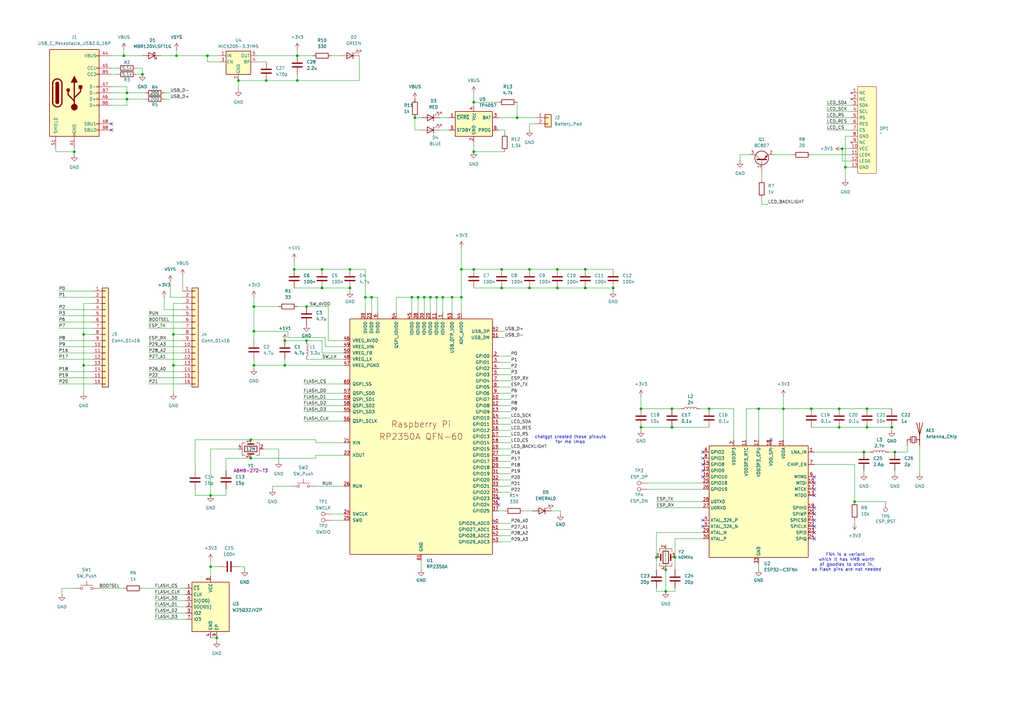
<source format=kicad_sch>
(kicad_sch (version 20231120) (generator "eeschema") (generator_version "8.0")
  (paper "A3")
  (junction (at 311.15 167.64))
  (junction (at 262.89 167.64))
  (junction (at 189.23 110.49))
  (junction (at 273.05 242.57))
  (junction (at 194.31 110.49))
  (junction (at 34.29 149.86))
  (junction (at 194.31 62.23))
  (junction (at 102.87 180.34))
  (junction (at 143.51 110.49))
  (junction (at 355.6 167.64))
  (junction (at 346.71 68.58))
  (junction (at 276.86 228.6))
  (junction (at 120.65 110.49))
  (junction (at 72.39 22.86))
  (junction (at 143.51 118.11))
  (junction (at 365.76 175.26))
  (junction (at 171.45 121.92))
  (junction (at 217.17 118.11))
  (junction (at 125.73 139.7))
  (junction (at 104.14 135.89))
  (junction (at 170.18 48.26))
  (junction (at 102.87 187.96))
  (junction (at 97.79 33.02))
  (junction (at 132.08 110.49))
  (junction (at 71.12 149.86))
  (junction (at 149.86 121.92))
  (junction (at 50.8 22.86))
  (junction (at 205.74 110.49))
  (junction (at 321.31 167.64))
  (junction (at 52.07 40.64))
  (junction (at 212.09 48.26))
  (junction (at 367.03 185.42))
  (junction (at 240.03 118.11))
  (junction (at 104.14 125.73))
  (junction (at 116.84 149.86))
  (junction (at 262.89 175.26))
  (junction (at 168.91 121.92))
  (junction (at 152.4 121.92))
  (junction (at 275.59 167.64))
  (junction (at 273.05 233.68))
  (junction (at 109.22 33.02))
  (junction (at 179.07 121.92))
  (junction (at 344.17 167.64))
  (junction (at 205.74 118.11))
  (junction (at 228.6 118.11))
  (junction (at 30.48 62.23))
  (junction (at 104.14 149.86))
  (junction (at 71.12 137.16))
  (junction (at 125.73 125.73))
  (junction (at 176.53 121.92))
  (junction (at 86.36 203.2))
  (junction (at 181.61 121.92))
  (junction (at 132.08 118.11))
  (junction (at 86.36 232.41))
  (junction (at 290.83 167.64))
  (junction (at 217.17 110.49))
  (junction (at 240.03 110.49))
  (junction (at 194.31 41.91))
  (junction (at 173.99 121.92))
  (junction (at 228.6 110.49))
  (junction (at 275.59 175.26))
  (junction (at 332.74 167.64))
  (junction (at 85.09 22.86))
  (junction (at 34.29 137.16))
  (junction (at 52.07 38.1))
  (junction (at 185.42 121.92))
  (junction (at 121.92 22.86))
  (junction (at 350.52 205.74))
  (junction (at 251.46 118.11))
  (junction (at 345.44 60.96))
  (junction (at 189.23 121.92))
  (junction (at 269.24 228.6))
  (junction (at 121.92 33.02))
  (junction (at 116.84 139.7))
  (junction (at 354.33 185.42))
  (junction (at 344.17 175.26))
  (junction (at 88.9 261.62))
  (junction (at 58.42 30.48))
  (junction (at 355.6 175.26))
  (no_connect (at 45.72 53.34))
  (no_connect (at 288.29 193.04))
  (no_connect (at 288.29 195.58))
  (no_connect (at 334.01 208.28))
  (no_connect (at 288.29 213.36))
  (no_connect (at 334.01 203.2))
  (no_connect (at 334.01 200.66))
  (no_connect (at 204.47 207.01))
  (no_connect (at 334.01 215.9))
  (no_connect (at 334.01 198.12))
  (no_connect (at 334.01 218.44))
  (no_connect (at 45.72 50.8))
  (no_connect (at 334.01 213.36))
  (no_connect (at 204.47 204.47))
  (no_connect (at 316.23 180.34))
  (no_connect (at 334.01 220.98))
  (no_connect (at 288.29 185.42))
  (no_connect (at 288.29 190.5))
  (no_connect (at 334.01 195.58))
  (no_connect (at 334.01 210.82))
  (no_connect (at 288.29 187.96))
  (no_connect (at 288.29 215.9))
  (wire (pts (xy 60.96 139.7) (xy 74.93 139.7)))
  (wire (pts (xy 314.96 83.82) (xy 312.42 83.82)))
  (wire (pts (xy 24.13 127) (xy 38.1 127)))
  (wire (pts (xy 86.36 203.2) (xy 86.36 184.15)))
  (wire (pts (xy 45.72 30.48) (xy 48.26 30.48)))
  (wire (pts (xy 209.55 217.17) (xy 204.47 217.17)))
  (wire (pts (xy 34.29 149.86) (xy 38.1 149.86)))
  (wire (pts (xy 181.61 121.92) (xy 185.42 121.92)))
  (wire (pts (xy 22.86 62.23) (xy 30.48 62.23)))
  (wire (pts (xy 60.96 157.48) (xy 74.93 157.48)))
  (wire (pts (xy 194.31 58.42) (xy 194.31 62.23)))
  (wire (pts (xy 45.72 38.1) (xy 52.07 38.1)))
  (wire (pts (xy 303.53 66.04) (xy 303.53 63.5)))
  (wire (pts (xy 135.89 210.82) (xy 140.97 210.82)))
  (wire (pts (xy 80.01 180.34) (xy 80.01 193.04)))
  (wire (pts (xy 240.03 110.49) (xy 251.46 110.49)))
  (wire (pts (xy 25.4 241.3) (xy 25.4 243.84)))
  (wire (pts (xy 67.31 38.1) (xy 69.85 38.1)))
  (wire (pts (xy 120.65 106.68) (xy 120.65 110.49)))
  (wire (pts (xy 209.55 184.15) (xy 204.47 184.15)))
  (wire (pts (xy 217.17 50.8) (xy 219.71 50.8)))
  (wire (pts (xy 34.29 161.29) (xy 34.29 149.86)))
  (wire (pts (xy 209.55 173.99) (xy 204.47 173.99)))
  (wire (pts (xy 104.14 149.86) (xy 104.14 147.32)))
  (wire (pts (xy 204.47 186.69) (xy 209.55 186.69)))
  (wire (pts (xy 339.09 48.26) (xy 349.25 48.26)))
  (wire (pts (xy 24.13 144.78) (xy 38.1 144.78)))
  (wire (pts (xy 170.18 53.34) (xy 172.72 53.34)))
  (wire (pts (xy 334.01 185.42) (xy 354.33 185.42)))
  (wire (pts (xy 229.87 209.55) (xy 226.06 209.55)))
  (wire (pts (xy 204.47 153.67) (xy 209.55 153.67)))
  (wire (pts (xy 170.18 48.26) (xy 170.18 53.34)))
  (wire (pts (xy 71.12 149.86) (xy 71.12 137.16)))
  (wire (pts (xy 367.03 193.04) (xy 367.03 194.31)))
  (wire (pts (xy 92.71 200.66) (xy 92.71 203.2)))
  (wire (pts (xy 339.09 50.8) (xy 349.25 50.8)))
  (wire (pts (xy 125.73 139.7) (xy 132.08 139.7)))
  (wire (pts (xy 262.89 167.64) (xy 275.59 167.64)))
  (wire (pts (xy 152.4 121.92) (xy 154.94 121.92)))
  (wire (pts (xy 100.33 232.41) (xy 97.79 232.41)))
  (wire (pts (xy 276.86 242.57) (xy 273.05 242.57)))
  (wire (pts (xy 344.17 167.64) (xy 355.6 167.64)))
  (wire (pts (xy 92.71 187.96) (xy 102.87 187.96)))
  (wire (pts (xy 132.08 144.78) (xy 132.08 139.7)))
  (wire (pts (xy 300.99 167.64) (xy 300.99 180.34)))
  (wire (pts (xy 140.97 142.24) (xy 133.35 142.24)))
  (wire (pts (xy 149.86 121.92) (xy 149.86 110.49)))
  (wire (pts (xy 45.72 43.18) (xy 52.07 43.18)))
  (wire (pts (xy 60.96 142.24) (xy 74.93 142.24)))
  (wire (pts (xy 72.39 22.86) (xy 85.09 22.86)))
  (wire (pts (xy 24.13 132.08) (xy 38.1 132.08)))
  (wire (pts (xy 276.86 228.6) (xy 276.86 233.68)))
  (wire (pts (xy 69.85 115.57) (xy 69.85 121.92)))
  (wire (pts (xy 52.07 43.18) (xy 52.07 40.64)))
  (wire (pts (xy 132.08 110.49) (xy 143.51 110.49)))
  (wire (pts (xy 72.39 22.86) (xy 66.04 22.86)))
  (wire (pts (xy 350.52 205.74) (xy 363.22 205.74)))
  (wire (pts (xy 311.15 231.14) (xy 311.15 233.68)))
  (wire (pts (xy 355.6 167.64) (xy 365.76 167.64)))
  (wire (pts (xy 118.11 138.43) (xy 118.11 135.89)))
  (wire (pts (xy 377.19 182.88) (xy 377.19 194.31)))
  (wire (pts (xy 147.32 33.02) (xy 121.92 33.02)))
  (wire (pts (xy 344.17 175.26) (xy 355.6 175.26)))
  (wire (pts (xy 275.59 167.64) (xy 279.4 167.64)))
  (wire (pts (xy 209.55 222.25) (xy 204.47 222.25)))
  (wire (pts (xy 173.99 121.92) (xy 176.53 121.92)))
  (wire (pts (xy 119.38 199.39) (xy 111.76 199.39)))
  (wire (pts (xy 173.99 121.92) (xy 173.99 128.27)))
  (wire (pts (xy 306.07 167.64) (xy 311.15 167.64)))
  (wire (pts (xy 269.24 241.3) (xy 269.24 242.57)))
  (wire (pts (xy 24.13 139.7) (xy 38.1 139.7)))
  (wire (pts (xy 269.24 242.57) (xy 273.05 242.57)))
  (wire (pts (xy 207.01 135.89) (xy 204.47 135.89)))
  (wire (pts (xy 204.47 53.34) (xy 207.01 53.34)))
  (wire (pts (xy 209.55 171.45) (xy 204.47 171.45)))
  (wire (pts (xy 116.84 139.7) (xy 125.73 139.7)))
  (wire (pts (xy 134.62 125.73) (xy 125.73 125.73)))
  (wire (pts (xy 80.01 203.2) (xy 80.01 200.66)))
  (wire (pts (xy 116.84 149.86) (xy 104.14 149.86)))
  (wire (pts (xy 102.87 187.96) (xy 129.54 187.96)))
  (wire (pts (xy 129.54 180.34) (xy 129.54 181.61)))
  (wire (pts (xy 179.07 121.92) (xy 179.07 128.27)))
  (wire (pts (xy 275.59 175.26) (xy 290.83 175.26)))
  (wire (pts (xy 105.41 22.86) (xy 121.92 22.86)))
  (wire (pts (xy 60.96 152.4) (xy 74.93 152.4)))
  (wire (pts (xy 63.5 254) (xy 76.2 254)))
  (wire (pts (xy 345.44 66.04) (xy 345.44 60.96)))
  (wire (pts (xy 217.17 110.49) (xy 228.6 110.49)))
  (wire (pts (xy 276.86 220.98) (xy 276.86 228.6)))
  (wire (pts (xy 154.94 121.92) (xy 154.94 128.27)))
  (wire (pts (xy 209.55 191.77) (xy 204.47 191.77)))
  (wire (pts (xy 214.63 209.55) (xy 218.44 209.55)))
  (wire (pts (xy 209.55 179.07) (xy 204.47 179.07)))
  (wire (pts (xy 104.14 149.86) (xy 104.14 151.13)))
  (wire (pts (xy 265.43 200.66) (xy 288.29 200.66)))
  (wire (pts (xy 149.86 128.27) (xy 149.86 121.92)))
  (wire (pts (xy 118.11 135.89) (xy 104.14 135.89)))
  (wire (pts (xy 134.62 139.7) (xy 134.62 125.73)))
  (wire (pts (xy 212.09 48.26) (xy 212.09 41.91)))
  (wire (pts (xy 204.47 48.26) (xy 212.09 48.26)))
  (wire (pts (xy 180.34 53.34) (xy 184.15 53.34)))
  (wire (pts (xy 24.13 157.48) (xy 38.1 157.48)))
  (wire (pts (xy 209.55 201.93) (xy 204.47 201.93)))
  (wire (pts (xy 181.61 121.92) (xy 181.61 128.27)))
  (wire (pts (xy 194.31 38.1) (xy 194.31 41.91)))
  (wire (pts (xy 86.36 232.41) (xy 90.17 232.41)))
  (wire (pts (xy 339.09 53.34) (xy 349.25 53.34)))
  (wire (pts (xy 105.41 25.4) (xy 109.22 25.4)))
  (wire (pts (xy 204.47 161.29) (xy 209.55 161.29)))
  (wire (pts (xy 102.87 180.34) (xy 80.01 180.34)))
  (wire (pts (xy 209.55 176.53) (xy 204.47 176.53)))
  (wire (pts (xy 71.12 137.16) (xy 74.93 137.16)))
  (wire (pts (xy 152.4 121.92) (xy 152.4 128.27)))
  (wire (pts (xy 109.22 33.02) (xy 97.79 33.02)))
  (wire (pts (xy 58.42 241.3) (xy 76.2 241.3)))
  (wire (pts (xy 176.53 121.92) (xy 179.07 121.92)))
  (wire (pts (xy 55.88 30.48) (xy 58.42 30.48)))
  (wire (pts (xy 24.13 129.54) (xy 38.1 129.54)))
  (wire (pts (xy 124.46 157.48) (xy 140.97 157.48)))
  (wire (pts (xy 269.24 218.44) (xy 288.29 218.44)))
  (wire (pts (xy 288.29 220.98) (xy 276.86 220.98)))
  (wire (pts (xy 287.02 167.64) (xy 290.83 167.64)))
  (wire (pts (xy 133.35 138.43) (xy 118.11 138.43)))
  (wire (pts (xy 121.92 22.86) (xy 128.27 22.86)))
  (wire (pts (xy 207.01 53.34) (xy 207.01 54.61)))
  (wire (pts (xy 372.11 185.42) (xy 367.03 185.42)))
  (wire (pts (xy 133.35 142.24) (xy 133.35 138.43)))
  (wire (pts (xy 129.54 187.96) (xy 129.54 186.69)))
  (wire (pts (xy 90.17 25.4) (xy 85.09 25.4)))
  (wire (pts (xy 85.09 25.4) (xy 85.09 22.86)))
  (wire (pts (xy 312.42 83.82) (xy 312.42 81.28)))
  (wire (pts (xy 171.45 121.92) (xy 173.99 121.92)))
  (wire (pts (xy 269.24 208.28) (xy 288.29 208.28)))
  (wire (pts (xy 185.42 121.92) (xy 189.23 121.92)))
  (wire (pts (xy 273.05 233.68) (xy 273.05 242.57)))
  (wire (pts (xy 217.17 118.11) (xy 228.6 118.11)))
  (wire (pts (xy 312.42 71.12) (xy 312.42 73.66)))
  (wire (pts (xy 24.13 134.62) (xy 38.1 134.62)))
  (wire (pts (xy 189.23 101.6) (xy 189.23 110.49)))
  (wire (pts (xy 350.52 205.74) (xy 350.52 190.5)))
  (wire (pts (xy 69.85 121.92) (xy 74.93 121.92)))
  (wire (pts (xy 71.12 124.46) (xy 74.93 124.46)))
  (wire (pts (xy 143.51 118.11) (xy 143.51 119.38)))
  (wire (pts (xy 209.55 181.61) (xy 204.47 181.61)))
  (wire (pts (xy 209.55 194.31) (xy 204.47 194.31)))
  (wire (pts (xy 205.74 118.11) (xy 217.17 118.11)))
  (wire (pts (xy 209.55 219.71) (xy 204.47 219.71)))
  (wire (pts (xy 60.96 132.08) (xy 74.93 132.08)))
  (wire (pts (xy 60.96 154.94) (xy 74.93 154.94)))
  (wire (pts (xy 114.3 184.15) (xy 107.95 184.15)))
  (wire (pts (xy 129.54 180.34) (xy 102.87 180.34)))
  (wire (pts (xy 34.29 149.86) (xy 34.29 137.16)))
  (wire (pts (xy 24.13 152.4) (xy 38.1 152.4)))
  (wire (pts (xy 170.18 48.26) (xy 172.72 48.26)))
  (wire (pts (xy 207.01 209.55) (xy 204.47 209.55)))
  (wire (pts (xy 132.08 118.11) (xy 143.51 118.11)))
  (wire (pts (xy 129.54 199.39) (xy 140.97 199.39)))
  (wire (pts (xy 171.45 121.92) (xy 171.45 128.27)))
  (wire (pts (xy 30.48 62.23) (xy 30.48 63.5)))
  (wire (pts (xy 194.31 62.23) (xy 207.01 62.23)))
  (wire (pts (xy 60.96 144.78) (xy 74.93 144.78)))
  (wire (pts (xy 339.09 45.72) (xy 349.25 45.72)))
  (wire (pts (xy 176.53 121.92) (xy 176.53 128.27)))
  (wire (pts (xy 121.92 30.48) (xy 121.92 33.02)))
  (wire (pts (xy 140.97 149.86) (xy 116.84 149.86)))
  (wire (pts (xy 229.87 210.82) (xy 229.87 209.55)))
  (wire (pts (xy 228.6 118.11) (xy 240.03 118.11)))
  (wire (pts (xy 72.39 20.32) (xy 72.39 22.86)))
  (wire (pts (xy 346.71 68.58) (xy 349.25 68.58)))
  (wire (pts (xy 34.29 137.16) (xy 38.1 137.16)))
  (wire (pts (xy 121.92 125.73) (xy 125.73 125.73)))
  (wire (pts (xy 67.31 40.64) (xy 69.85 40.64)))
  (wire (pts (xy 58.42 30.48) (xy 58.42 27.94)))
  (wire (pts (xy 269.24 228.6) (xy 269.24 233.68)))
  (wire (pts (xy 262.89 162.56) (xy 262.89 167.64)))
  (wire (pts (xy 24.13 154.94) (xy 38.1 154.94)))
  (wire (pts (xy 34.29 137.16) (xy 34.29 124.46)))
  (wire (pts (xy 204.47 156.21) (xy 209.55 156.21)))
  (wire (pts (xy 45.72 22.86) (xy 50.8 22.86)))
  (wire (pts (xy 350.52 190.5) (xy 334.01 190.5)))
  (wire (pts (xy 204.47 148.59) (xy 209.55 148.59)))
  (wire (pts (xy 124.46 161.29) (xy 140.97 161.29)))
  (wire (pts (xy 168.91 121.92) (xy 168.91 128.27)))
  (wire (pts (xy 194.31 41.91) (xy 194.31 43.18)))
  (wire (pts (xy 273.05 223.52) (xy 273.05 233.68)))
  (wire (pts (xy 262.89 175.26) (xy 262.89 176.53)))
  (wire (pts (xy 97.79 33.02) (xy 97.79 36.83)))
  (wire (pts (xy 321.31 167.64) (xy 321.31 180.34)))
  (wire (pts (xy 205.74 110.49) (xy 217.17 110.49)))
  (wire (pts (xy 63.5 248.92) (xy 76.2 248.92)))
  (wire (pts (xy 22.86 60.96) (xy 22.86 62.23)))
  (wire (pts (xy 306.07 180.34) (xy 306.07 167.64)))
  (wire (pts (xy 74.93 113.03) (xy 74.93 119.38)))
  (wire (pts (xy 86.36 232.41) (xy 86.36 236.22)))
  (wire (pts (xy 104.14 135.89) (xy 104.14 139.7)))
  (wire (pts (xy 60.96 147.32) (xy 74.93 147.32)))
  (wire (pts (xy 364.49 185.42) (xy 367.03 185.42)))
  (wire (pts (xy 204.47 146.05) (xy 209.55 146.05)))
  (wire (pts (xy 24.13 121.92) (xy 38.1 121.92)))
  (wire (pts (xy 349.25 66.04) (xy 345.44 66.04)))
  (wire (pts (xy 240.03 118.11) (xy 251.46 118.11)))
  (wire (pts (xy 209.55 199.39) (xy 204.47 199.39)))
  (wire (pts (xy 204.47 163.83) (xy 209.55 163.83)))
  (wire (pts (xy 71.12 137.16) (xy 71.12 124.46)))
  (wire (pts (xy 149.86 121.92) (xy 152.4 121.92)))
  (wire (pts (xy 52.07 38.1) (xy 59.69 38.1)))
  (wire (pts (xy 116.84 149.86) (xy 116.84 147.32)))
  (wire (pts (xy 276.86 241.3) (xy 276.86 242.57)))
  (wire (pts (xy 339.09 43.18) (xy 349.25 43.18)))
  (wire (pts (xy 147.32 22.86) (xy 147.32 33.02)))
  (wire (pts (xy 207.01 138.43) (xy 204.47 138.43)))
  (wire (pts (xy 114.3 125.73) (xy 104.14 125.73)))
  (wire (pts (xy 120.65 118.11) (xy 132.08 118.11)))
  (wire (pts (xy 121.92 33.02) (xy 109.22 33.02)))
  (wire (pts (xy 58.42 27.94) (xy 55.88 27.94)))
  (wire (pts (xy 52.07 35.56) (xy 52.07 38.1)))
  (wire (pts (xy 104.14 125.73) (xy 104.14 135.89)))
  (wire (pts (xy 189.23 128.27) (xy 189.23 121.92)))
  (wire (pts (xy 350.52 213.36) (xy 350.52 214.63)))
  (wire (pts (xy 111.76 199.39) (xy 111.76 200.66)))
  (wire (pts (xy 162.56 128.27) (xy 162.56 121.92)))
  (wire (pts (xy 355.6 175.26) (xy 365.76 175.26)))
  (wire (pts (xy 50.8 20.32) (xy 50.8 22.86)))
  (wire (pts (xy 71.12 161.29) (xy 71.12 149.86)))
  (wire (pts (xy 92.71 203.2) (xy 86.36 203.2)))
  (wire (pts (xy 40.64 241.3) (xy 50.8 241.3)))
  (wire (pts (xy 204.47 166.37) (xy 209.55 166.37)))
  (wire (pts (xy 269.24 205.74) (xy 288.29 205.74)))
  (wire (pts (xy 204.47 168.91) (xy 209.55 168.91)))
  (wire (pts (xy 194.31 41.91) (xy 204.47 41.91)))
  (wire (pts (xy 194.31 110.49) (xy 205.74 110.49)))
  (wire (pts (xy 120.65 110.49) (xy 132.08 110.49)))
  (wire (pts (xy 124.46 163.83) (xy 140.97 163.83)))
  (wire (pts (xy 135.89 213.36) (xy 140.97 213.36)))
  (wire (pts (xy 365.76 175.26) (xy 365.76 176.53)))
  (wire (pts (xy 168.91 121.92) (xy 171.45 121.92)))
  (wire (pts (xy 189.23 110.49) (xy 194.31 110.49)))
  (wire (pts (xy 86.36 184.15) (xy 97.79 184.15)))
  (wire (pts (xy 124.46 168.91) (xy 140.97 168.91)))
  (wire (pts (xy 125.73 147.32) (xy 140.97 147.32)))
  (wire (pts (xy 204.47 151.13) (xy 209.55 151.13)))
  (wire (pts (xy 104.14 121.92) (xy 104.14 125.73)))
  (wire (pts (xy 86.36 203.2) (xy 80.01 203.2)))
  (wire (pts (xy 346.71 68.58) (xy 346.71 55.88)))
  (wire (pts (xy 85.09 22.86) (xy 90.17 22.86)))
  (wire (pts (xy 311.15 167.64) (xy 321.31 167.64)))
  (wire (pts (xy 74.93 127) (xy 67.31 127)))
  (wire (pts (xy 92.71 193.04) (xy 92.71 187.96)))
  (wire (pts (xy 332.74 167.64) (xy 344.17 167.64)))
  (wire (pts (xy 346.71 55.88) (xy 349.25 55.88)))
  (wire (pts (xy 265.43 198.12) (xy 288.29 198.12)))
  (wire (pts (xy 124.46 166.37) (xy 140.97 166.37)))
  (wire (pts (xy 67.31 127) (xy 67.31 121.92)))
  (wire (pts (xy 63.5 251.46) (xy 76.2 251.46)))
  (wire (pts (xy 303.53 63.5) (xy 307.34 63.5)))
  (wire (pts (xy 346.71 73.66) (xy 346.71 68.58)))
  (wire (pts (xy 345.44 60.96) (xy 349.25 60.96)))
  (wire (pts (xy 354.33 185.42) (xy 356.87 185.42)))
  (wire (pts (xy 60.96 134.62) (xy 74.93 134.62)))
  (wire (pts (xy 321.31 162.56) (xy 321.31 167.64)))
  (wire (pts (xy 290.83 167.64) (xy 300.99 167.64)))
  (wire (pts (xy 251.46 118.11) (xy 251.46 119.38)))
  (wire (pts (xy 34.29 124.46) (xy 38.1 124.46)))
  (wire (pts (xy 88.9 261.62) (xy 88.9 262.89)))
  (wire (pts (xy 180.34 48.26) (xy 184.15 48.26)))
  (wire (pts (xy 45.72 40.64) (xy 52.07 40.64)))
  (wire (pts (xy 63.5 243.84) (xy 76.2 243.84)))
  (wire (pts (xy 140.97 181.61) (xy 129.54 181.61)))
  (wire (pts (xy 121.92 20.32) (xy 121.92 22.86)))
  (wire (pts (xy 204.47 158.75) (xy 209.55 158.75)))
  (wire (pts (xy 140.97 144.78) (xy 132.08 144.78)))
  (wire (pts (xy 317.5 63.5) (xy 325.12 63.5)))
  (wire (pts (xy 86.36 229.87) (xy 86.36 232.41)))
  (wire (pts (xy 30.48 241.3) (xy 25.4 241.3)))
  (wire (pts (xy 63.5 246.38) (xy 76.2 246.38)))
  (wire (pts (xy 24.13 147.32) (xy 38.1 147.32)))
  (wire (pts (xy 269.24 228.6) (xy 269.24 218.44)))
  (wire (pts (xy 45.72 27.94) (xy 48.26 27.94)))
  (wire (pts (xy 189.23 121.92) (xy 189.23 110.49)))
  (wire (pts (xy 194.31 118.11) (xy 205.74 118.11)))
  (wire (pts (xy 52.07 40.64) (xy 59.69 40.64)))
  (wire (pts (xy 185.42 121.92) (xy 185.42 128.27)))
  (wire (pts (xy 372.11 182.88) (xy 372.11 185.42)))
  (wire (pts (xy 114.3 189.23) (xy 114.3 184.15)))
  (wire (pts (xy 209.55 189.23) (xy 204.47 189.23)))
  (wire (pts (xy 212.09 48.26) (xy 219.71 48.26)))
  (wire (pts (xy 24.13 142.24) (xy 38.1 142.24)))
  (wire (pts (xy 209.55 196.85) (xy 204.47 196.85)))
  (wire (pts (xy 332.74 63.5) (xy 349.25 63.5)))
  (wire (pts (xy 135.89 22.86) (xy 139.7 22.86)))
  (wire (pts (xy 129.54 186.69) (xy 140.97 186.69)))
  (wire (pts (xy 209.55 214.63) (xy 204.47 214.63)))
  (wire (pts (xy 228.6 110.49) (xy 240.03 110.49)))
  (wire (pts (xy 321.31 167.64) (xy 332.74 167.64)))
  (wire (pts (xy 60.96 129.54) (xy 74.93 129.54)))
  (wire (pts (xy 217.17 53.34) (xy 217.17 50.8)))
  (wire (pts (xy 24.13 119.38) (xy 38.1 119.38)))
  (wire (pts (xy 50.8 22.86) (xy 58.42 22.86)))
  (wire (pts (xy 30.48 60.96) (xy 30.48 62.23)))
  (wire (pts (xy 71.12 149.86) (xy 74.93 149.86)))
  (wire (pts (xy 86.36 261.62) (xy 88.9 261.62)))
  (wire (pts (xy 162.56 121.92) (xy 168.91 121.92)))
  (wire (pts (xy 172.72 229.87) (xy 172.72 233.68)))
  (wire (pts (xy 149.86 110.49) (xy 143.51 110.49)))
  (wire (pts (xy 140.97 139.7) (xy 134.62 139.7)))
  (wire (pts (xy 262.89 175.26) (xy 275.59 175.26)))
  (wire (pts (xy 100.33 233.68) (xy 100.33 232.41)))
  (wire (pts (xy 45.72 35.56) (xy 52.07 35.56)))
  (wire (pts (xy 311.15 167.64) (xy 311.15 180.34)))
  (wire (pts (xy 179.07 121.92) (xy 181.61 121.92)))
  (wire (pts (xy 124.46 172.72) (xy 140.97 172.72)))
  (wire (pts (xy 354.33 193.04) (xy 354.33 194.31)))
  (wire (pts (xy 332.74 175.26) (xy 344.17 175.26)))
  (text "FN4 is a variant \nwhich it has 4MB worth\nof goodies to store in,\nso flash pins are not needed" (at 347.218 230.632 0) (effects (font (size 1.27 1.27))))
  (text "chatgpt created these pinouts\nfor me lmao" (at 233.934 180.34 0) (effects (font (size 1.27 1.27))))
  (label "P6" (at 24.13 132.08 0))
  (label "P27_A1" (at 209.55 217.17 0))
  (label "FLASH_D2" (at 63.5 251.46 0))
  (label "P0" (at 24.13 119.38 0))
  (label "SW_LX" (at 132.08 147.32 0))
  (label "P21" (at 60.96 157.48 0))
  (label "P6" (at 209.55 161.29 0))
  (label "P20" (at 24.13 157.48 0))
  (label "P16" (at 24.13 144.78 0))
  (label "FLASH_D2" (at 124.46 166.37 0))
  (label "P28_A2" (at 209.55 219.71 0))
  (label "P8" (at 24.13 139.7 0))
  (label "P2" (at 24.13 127 0))
  (label "LCD_CS" (at 339.09 53.34 0))
  (label "USB_D+" (at 69.85 40.64 0))
  (label "P27_A1" (at 60.96 147.32 0))
  (label "P3" (at 24.13 129.54 0))
  (label "P22" (at 60.96 154.94 0))
  (label "P26_A0" (at 209.55 214.63 0))
  (label "BOOTSEL" (at 60.96 132.08 0))
  (label "P29_A3" (at 209.55 222.25 0))
  (label "FLASH_D1" (at 63.5 248.92 0))
  (label "LCD_RES" (at 209.55 176.53 0))
  (label "LCD_CS" (at 209.55 181.61 0))
  (label "P22" (at 209.55 201.93 0))
  (label "FLASH_CS" (at 124.46 157.48 0))
  (label "P9" (at 209.55 168.91 0))
  (label "P2" (at 209.55 151.13 0))
  (label "P20" (at 209.55 196.85 0))
  (label "LCD_SCK" (at 209.55 171.45 0))
  (label "LCD_RS" (at 209.55 179.07 0))
  (label "P9" (at 24.13 142.24 0))
  (label "P3" (at 209.55 153.67 0))
  (label "P18" (at 209.55 191.77 0))
  (label "RUN" (at 132.08 199.39 0))
  (label "P18" (at 24.13 152.4 0))
  (label "P19" (at 209.55 194.31 0))
  (label "P1" (at 209.55 148.59 0))
  (label "P29_A3" (at 60.96 142.24 0))
  (label "USB_D+" (at 207.01 135.89 0))
  (label "ESP_RX" (at 209.55 156.21 0))
  (label "FLASH_CS" (at 63.5 241.3 0))
  (label "LCD_BACKLIGHT" (at 209.55 184.15 0))
  (label "FLASH_D3" (at 124.46 168.91 0))
  (label "LCD_SDA" (at 209.55 173.99 0))
  (label "FLASH_D1" (at 124.46 163.83 0))
  (label "P17" (at 24.13 147.32 0))
  (label "P0" (at 209.55 146.05 0))
  (label "P26_A0" (at 60.96 152.4 0))
  (label "ESP_TX" (at 269.24 205.74 0))
  (label "LCD_SCK" (at 339.09 45.72 0))
  (label "USB_D-" (at 69.85 38.1 0))
  (label "P17" (at 209.55 189.23 0))
  (label "LCD_RES" (at 339.09 50.8 0))
  (label "ESP_TX" (at 60.96 134.62 0))
  (label "P7" (at 24.13 134.62 0))
  (label "ESP_RX" (at 269.24 208.28 0))
  (label "ESP_RX" (at 60.96 139.7 0))
  (label "P21" (at 209.55 199.39 0))
  (label "USB_D-" (at 207.01 138.43 0))
  (label "P7" (at 209.55 163.83 0))
  (label "LCD_SDA" (at 339.09 43.18 0))
  (label "P16" (at 209.55 186.69 0))
  (label "P1" (at 24.13 121.92 0))
  (label "FLASH_CLK" (at 124.46 172.72 0))
  (label "BOOTSEL" (at 40.64 241.3 0))
  (label "FLASH_D0" (at 124.46 161.29 0))
  (label "FLASH_D0" (at 63.5 246.38 0))
  (label "SW_AVDD" (at 127 125.73 0))
  (label "LCD_BACKLIGHT" (at 314.96 83.82 0))
  (label "P28_A2" (at 60.96 144.78 0))
  (label "ESP_TX" (at 209.55 158.75 0))
  (label "P8" (at 209.55 166.37 0))
  (label "P19" (at 24.13 154.94 0))
  (label "LCD_RS" (at 339.09 48.26 0))
  (label "RUN" (at 60.96 129.54 0))
  (label "FLASH_D3" (at 63.5 254 0))
  (label "FLASH_CLK" (at 63.5 243.84 0))
  (symbol (lib_id "Device:C") (at 269.24 237.49 0) (unit 1)
    (property "Reference" "C23" (at 262.636 236.22 0) (effects (justify left)))
    (property "Value" "20p" (at 262.636 238.76 0) (effects (justify left)))
    (property "Footprint" "Capacitor_SMD:C_0402_1005Metric" (effects (hide yes)))
    (property "Description" "Unpolarized capacitor" (effects (hide yes)))
  )
  (symbol (lib_id "Connector:TestPoint") (at 135.89 213.36 90) (unit 1)
    (property "Reference" "TP2" (at 132.588 215.646 90))
    (property "Value" "SWDIO" (at 132.588 218.186 90))
    (property "Footprint" "TestPoint:TestPoint_Pad_D1.0mm" (effects (hide yes)))
    (property "Description" "test point" (effects (hide yes)))
  )
  (symbol (lib_id "Device:R") (at 328.93 63.5 90) (unit 1)
    (property "Reference" "R8" (at 328.93 57.15 90))
    (property "Value" "20" (at 328.93 59.69 90))
    (property "Footprint" "Resistor_SMD:R_0402_1005Metric" (effects (hide yes)))
    (property "Description" "Resistor" (effects (hide yes)))
  )
  (symbol (lib_id "power:GND") (at 125.73 133.35 0) (unit 1)
    (property "Reference" "#PWR03" (effects (hide yes)))
    (property "Value" "GND" (at 125.73 137.668 0))
    (property "Description" "Power symbol creates a global label with name \"GND\" , ground" (effects (hide yes)))
  )
  (symbol (lib_id "Device:C") (at 194.31 114.3 0) (unit 1)
    (property "Reference" "C7" (at 198.12 113.0299 0) (effects (justify left)))
    (property "Value" "100n" (at 198.12 115.5699 0) (effects (justify left)))
    (property "Footprint" "Capacitor_SMD:C_0402_1005Metric" (effects (hide yes)))
    (property "Description" "Unpolarized capacitor" (effects (hide yes)))
  )
  (symbol (lib_id "Device:R") (at 170.18 44.45 0) (unit 1)
    (property "Reference" "R11" (at 165.608 43.18 0) (effects (justify left)))
    (property "Value" "1k" (at 165.608 45.72 0) (effects (justify left)))
    (property "Footprint" "Resistor_SMD:R_0402_1005Metric" (effects (hide yes)))
    (property "Description" "Resistor" (effects (hide yes)))
  )
  (symbol (lib_id "power:GND") (at 367.03 194.31 0) (unit 1)
    (property "Reference" "#PWR032" (effects (hide yes)))
    (property "Value" "GND" (at 367.03 199.39 0))
    (property "Description" "Power symbol creates a global label with name \"GND\" , ground" (effects (hide yes)))
  )
  (symbol (lib_id "Device:C") (at 121.92 26.67 0) (unit 1)
    (property "Reference" "C28" (at 125.73 25.3999 0) (effects (justify left)))
    (property "Value" "2.2u" (at 125.73 27.9399 0) (effects (justify left)))
    (property "Footprint" "Capacitor_SMD:C_0402_1005Metric" (effects (hide yes)))
    (property "Description" "Unpolarized capacitor" (effects (hide yes)))
  )
  (symbol (lib_id "Device:C") (at 228.6 114.3 0) (unit 1)
    (property "Reference" "C10" (at 232.41 113.0299 0) (effects (justify left)))
    (property "Value" "100n" (at 232.41 115.5699 0) (effects (justify left)))
    (property "Footprint" "Capacitor_SMD:C_0402_1005Metric" (effects (hide yes)))
    (property "Description" "Unpolarized capacitor" (effects (hide yes)))
  )
  (symbol (lib_id "Device:C") (at 116.84 143.51 0) (unit 1)
    (property "Reference" "C1" (at 120.65 142.2399 0) (effects (justify left)))
    (property "Value" "4.7u" (at 120.65 144.7799 0) (effects (justify left)))
    (property "Footprint" "Capacitor_SMD:C_0402_1005Metric" (effects (hide yes)))
    (property "Description" "Unpolarized capacitor" (effects (hide yes)))
  )
  (symbol (lib_id "Device:C") (at 240.03 114.3 0) (unit 1)
    (property "Reference" "C11" (at 243.84 113.0299 0) (effects (justify left)))
    (property "Value" "100n" (at 243.84 115.5699 0) (effects (justify left)))
    (property "Footprint" "Capacitor_SMD:C_0402_1005Metric" (effects (hide yes)))
    (property "Description" "Unpolarized capacitor" (effects (hide yes)))
  )
  (symbol (lib_id "Device:R") (at 210.82 209.55 90) (unit 1)
    (property "Reference" "R14" (at 210.82 203.2 90))
    (property "Value" "330" (at 210.82 205.74 90))
    (property "Footprint" "Resistor_SMD:R_0402_1005Metric" (effects (hide yes)))
    (property "Description" "Resistor" (effects (hide yes)))
  )
  (symbol (lib_id "power:GND") (at 71.12 161.29 0) (unit 1)
    (property "Reference" "#PWR042" (effects (hide yes)))
    (property "Value" "GND" (at 71.12 166.37 0))
    (property "Description" "Power symbol creates a global label with name \"GND\" , ground" (effects (hide yes)))
  )
  (symbol (lib_id "power:GND") (at 262.89 176.53 0) (unit 1)
    (property "Reference" "#PWR023" (effects (hide yes)))
    (property "Value" "GND" (at 262.89 180.848 0))
    (property "Description" "Power symbol creates a global label with name \"GND\" , ground" (effects (hide yes)))
  )
  (symbol (lib_id "power:+3V3") (at 262.89 162.56 0) (unit 1)
    (property "Reference" "#PWR022" (effects (hide yes)))
    (property "Value" "+3V3" (at 262.89 157.48 0))
    (property "Description" "Power symbol creates a global label with name \"+3V3\"" (effects (hide yes)))
  )
  (symbol (lib_id "Device:R") (at 52.07 27.94 90) (unit 1)
    (property "Reference" "R2" (at 52.07 25.654 90))
    (property "Value" "5.1k" (at 52.07 27.94 90))
    (property "Footprint" "Resistor_SMD:R_0402_1005Metric" (effects (hide yes)))
    (property "Description" "Resistor" (effects (hide yes)))
  )
  (symbol (lib_id "Transistor_BJT:BC807") (at 312.42 66.04 90) (unit 1)
    (property "Reference" "Q1" (at 312.42 57.15 90))
    (property "Value" "BC807" (at 312.42 59.69 90))
    (property "Footprint" "Package_TO_SOT_SMD:SOT-23" (effects (hide yes)))
    (property "Datasheet" "https://www.onsemi.com/pub/Collateral/BC808-D.pdf" (effects (hide yes)))
    (property "Description" "0.8A Ic, 45V Vce, PNP Transistor, SOT-23" (effects (hide yes)))
  )
  (symbol (lib_id "power:GND") (at 34.29 161.29 0) (unit 1)
    (property "Reference" "#PWR041" (effects (hide yes)))
    (property "Value" "GND" (at 34.29 166.37 0))
    (property "Description" "Power symbol creates a global label with name \"GND\" , ground" (effects (hide yes)))
  )
  (symbol (lib_id "Connector:TestPoint") (at 363.22 205.74 180) (unit 1)
    (property "Reference" "TP5" (at 363.22 211.836 0))
    (property "Value" "ESP_RST" (at 363.22 213.868 0))
    (property "Footprint" "TestPoint:TestPoint_Pad_D1.0mm" (effects (hide yes)))
    (property "Description" "test point" (effects (hide yes)))
  )
  (symbol (lib_id "power:+3V3") (at 121.92 20.32 0) (unit 1)
    (property "Reference" "#PWR035" (effects (hide yes)))
    (property "Value" "+3V3" (at 121.92 15.24 0))
    (property "Description" "Power symbol creates a global label with name \"+3V3\"" (effects (hide yes)))
  )
  (symbol (lib_id "power:GND") (at 58.42 30.48 0) (unit 1)
    (property "Reference" "#PWR014" (effects (hide yes)))
    (property "Value" "GND" (at 58.42 35.56 0))
    (property "Description" "Power symbol creates a global label with name \"GND\" , ground" (effects (hide yes)))
  )
  (symbol (lib_id "Device:C") (at 104.14 143.51 0) (unit 1)
    (property "Reference" "C2" (at 107.95 142.2399 0) (effects (justify left)))
    (property "Value" "4.7u" (at 107.95 144.7799 0) (effects (justify left)))
    (property "Footprint" "Capacitor_SMD:C_0402_1005Metric" (effects (hide yes)))
    (property "Description" "Unpolarized capacitor" (effects (hide yes)))
  )
  (symbol (lib_id "Connector_Generic:Conn_01x16") (at 43.18 137.16 0) (unit 1)
    (property "Reference" "J3" (at 45.72 137.1599 0) (effects (justify left)))
    (property "Value" "Conn_01x16" (at 45.72 139.6999 0) (effects (justify left)))
    (property "Footprint" "Connector_PinHeader_2.54mm:PinHeader_1x16_P2.54mm_Vertical" (effects (hide yes)))
    (property "Description" "Generic connector, single row, 01x16, script generated (kicad-library-utils/schlib/autogen/connector/)" (effects (hide yes)))
  )
  (symbol (lib_id "Device:C") (at 205.74 114.3 0) (unit 1)
    (property "Reference" "C8" (at 209.55 113.0299 0) (effects (justify left)))
    (property "Value" "100n" (at 209.55 115.5699 0) (effects (justify left)))
    (property "Footprint" "Capacitor_SMD:C_0402_1005Metric" (effects (hide yes)))
    (property "Description" "Unpolarized capacitor" (effects (hide yes)))
  )
  (symbol (lib_id "Device:C") (at 251.46 114.3 0) (unit 1)
    (property "Reference" "C12" (at 255.27 113.0299 0) (effects (justify left)))
    (property "Value" "100n" (at 255.27 115.5699 0) (effects (justify left)))
    (property "Footprint" "Capacitor_SMD:C_0402_1005Metric" (effects (hide yes)))
    (property "Description" "Unpolarized capacitor" (effects (hide yes)))
  )
  (symbol (lib_id "power:+3V3") (at 104.14 121.92 0) (unit 1)
    (property "Reference" "#PWR04" (effects (hide yes)))
    (property "Value" "+3V3" (at 104.14 116.84 0))
    (property "Description" "Power symbol creates a global label with name \"+3V3\"" (effects (hide yes)))
  )
  (symbol (lib_id "power:+3V3") (at 189.23 101.6 0) (unit 1)
    (property "Reference" "#PWR07" (effects (hide yes)))
    (property "Value" "+3V3" (at 189.23 96.52 0))
    (property "Description" "Power symbol creates a global label with name \"+3V3\"" (effects (hide yes)))
  )
  (symbol (lib_id "MCU_Espressif:ESP32-C3") (at 311.15 205.74 0) (unit 1)
    (property "Reference" "U2" (at 313.3441 231.14 0) (effects (justify left)))
    (property "Value" "ESP32-C3FN4" (at 313.3441 233.68 0) (effects (justify left)))
    (property "Footprint" "Package_DFN_QFN:QFN-32-1EP_5x5mm_P0.5mm_EP3.7x3.7mm" (effects (hide yes)))
    (property "Datasheet" "https://www.espressif.com/sites/default/files/documentation/esp32-c3_datasheet_en.pdf" (effects (hide yes)))
    (property "Description" "RF Module, ESP32 SoC, RISC-V, WiFi 802.11b/n/g, Bluetooth LE 5, QFN32" (effects (hide yes)))
  )
  (symbol (lib_id "power:GND") (at 273.05 242.57 0) (unit 1)
    (property "Reference" "#PWR026" (effects (hide yes)))
    (property "Value" "GND" (at 273.05 247.65 0))
    (property "Description" "Power symbol creates a global label with name \"GND\" , ground" (effects (hide yes)))
  )
  (symbol (lib_id "Device:C") (at 344.17 171.45 0) (unit 1)
    (property "Reference" "C20" (at 347.98 170.1799 0) (effects (justify left)))
    (property "Value" "0.1u" (at 347.98 172.7199 0) (effects (justify left)))
    (property "Footprint" "Capacitor_SMD:C_0402_1005Metric" (effects (hide yes)))
    (property "Description" "Unpolarized capacitor" (effects (hide yes)))
  )
  (symbol (lib_id "Misc:N114-2413THBIG01-H13") (at 354.33 52.07 0) (unit 1)
    (property "Reference" "DP1" (at 360.68 52.7049 0) (effects (justify left)))
    (property "Value" "~" (at 360.68 54.61 0) (effects (justify left)))
    (property "Footprint" "Misc:N114-2413THBIG01-H13" (effects (hide yes)))
  )
  (symbol (lib_id "Device:R") (at 207.01 58.42 0) (unit 1)
    (property "Reference" "R12" (at 209.55 57.1499 0) (effects (justify left)))
    (property "Value" "1.5k" (at 209.55 59.6899 0) (effects (justify left)))
    (property "Footprint" "Resistor_SMD:R_0402_1005Metric" (effects (hide yes)))
    (property "Description" "Resistor" (effects (hide yes)))
  )
  (symbol (lib_id "power:GND") (at 194.31 62.23 0) (unit 1)
    (property "Reference" "#PWR038" (effects (hide yes)))
    (property "Value" "GND" (at 194.31 67.31 0))
    (property "Description" "Power symbol creates a global label with name \"GND\" , ground" (effects (hide yes)))
  )
  (symbol (lib_id "Device:R") (at 312.42 77.47 180) (unit 1)
    (property "Reference" "R7" (at 314.96 76.1999 0) (effects (justify right)))
    (property "Value" "1k" (at 314.96 78.7399 0) (effects (justify right)))
    (property "Footprint" "Resistor_SMD:R_0402_1005Metric" (effects (hide yes)))
    (property "Description" "Resistor" (effects (hide yes)))
  )
  (symbol (lib_id "Device:R") (at 118.11 125.73 90) (unit 1)
    (property "Reference" "R1" (at 118.11 119.38 90))
    (property "Value" "33" (at 118.11 121.92 90))
    (property "Footprint" "Resistor_SMD:R_0402_1005Metric" (effects (hide yes)))
    (property "Description" "Resistor" (effects (hide yes)))
  )
  (symbol (lib_id "Device:C") (at 365.76 171.45 0) (unit 1)
    (property "Reference" "C22" (at 369.57 170.1799 0) (effects (justify left)))
    (property "Value" "1u" (at 369.57 172.7199 0) (effects (justify left)))
    (property "Footprint" "Capacitor_SMD:C_0402_1005Metric" (effects (hide yes)))
    (property "Description" "Unpolarized capacitor" (effects (hide yes)))
  )
  (symbol (lib_id "power:GND") (at 229.87 210.82 0) (unit 1)
    (property "Reference" "#PWR040" (effects (hide yes)))
    (property "Value" "GND" (at 229.87 215.138 0))
    (property "Description" "Power symbol creates a global label with name \"GND\" , ground" (effects (hide yes)))
  )
  (symbol (lib_id "Device:Crystal_GND24") (at 273.05 228.6 0) (unit 1)
    (property "Reference" "Y2" (at 279.4 226.314 0))
    (property "Value" "40MHz" (at 281.178 228.6 0))
    (property "Footprint" "Crystal:Crystal_SMD_2016-4Pin_2.0x1.6mm" (effects (hide yes)))
    (property "Description" "Four pin crystal, GND on pins 2 and 4" (effects (hide yes)))
  )
  (symbol (lib_id "power:GND") (at 30.48 63.5 0) (unit 1)
    (property "Reference" "#PWR015" (effects (hide yes)))
    (property "Value" "GND" (at 30.48 68.58 0))
    (property "Description" "Power symbol creates a global label with name \"GND\" , ground" (effects (hide yes)))
  )
  (symbol (lib_id "Device:C") (at 276.86 237.49 0) (unit 1)
    (property "Reference" "C24" (at 280.67 236.22 0) (effects (justify left)))
    (property "Value" "20p" (at 280.67 238.76 0) (effects (justify left)))
    (property "Footprint" "Capacitor_SMD:C_0402_1005Metric" (effects (hide yes)))
    (property "Description" "Unpolarized capacitor" (effects (hide yes)))
  )
  (symbol (lib_id "power:+1V1") (at 120.65 106.68 0) (unit 1)
    (property "Reference" "#PWR05" (effects (hide yes)))
    (property "Value" "+1V1" (at 120.65 101.6 0))
    (property "Description" "Power symbol creates a global label with name \"+1V1\"" (effects (hide yes)))
  )
  (symbol (lib_id "power:GND") (at 303.53 66.04 0) (unit 1)
    (property "Reference" "#PWR027" (effects (hide yes)))
    (property "Value" "GND" (at 303.53 71.12 0))
    (property "Description" "Power symbol creates a global label with name \"GND\" , ground" (effects (hide yes)))
  )
  (symbol (lib_id "Regulator_Linear:MIC5205-3.3YM5") (at 97.79 25.4 0) (unit 1)
    (property "Reference" "U4" (at 97.79 16.51 0))
    (property "Value" "MIC5205-3.3YM5" (at 97.79 19.05 0))
    (property "Footprint" "Package_TO_SOT_SMD:SOT-23-5" (effects (hide yes)))
    (property "Datasheet" "http://ww1.microchip.com/downloads/en/DeviceDoc/20005785A.pdf" (effects (hide yes)))
    (property "Description" "150mA low dropout linear regulator, fixed 3.3V output, SOT-23-5" (effects (hide yes)))
  )
  (symbol (lib_id "Device:C") (at 132.08 114.3 0) (unit 1)
    (property "Reference" "C5" (at 135.89 113.0299 0) (effects (justify left)))
    (property "Value" "100n" (at 135.89 115.5699 0) (effects (justify left)))
    (property "Footprint" "Capacitor_SMD:C_0402_1005Metric" (effects (hide yes)))
    (property "Description" "Unpolarized capacitor" (effects (hide yes)))
  )
  (symbol (lib_id "Device:C") (at 92.71 196.85 0) (unit 1)
    (property "Reference" "C13" (at 96.52 195.5799 0) (effects (justify left)))
    (property "Value" "15p" (at 96.52 198.1199 0) (effects (justify left)))
    (property "Footprint" "Capacitor_SMD:C_0402_1005Metric" (effects (hide yes)))
    (property "Description" "Unpolarized capacitor" (effects (hide yes)))
  )
  (symbol (lib_id "power:VBUS") (at 194.31 38.1 0) (unit 1)
    (property "Reference" "#PWR037" (effects (hide yes)))
    (property "Value" "VBUS" (at 194.31 33.02 0))
    (property "Description" "Power symbol creates a global label with name \"VBUS\"" (effects (hide yes)))
  )
  (symbol (lib_id "Device:C") (at 354.33 189.23 0) (unit 1)
    (property "Reference" "C25" (at 358.14 187.96 0) (effects (justify left)))
    (property "Value" "2.6p" (at 358.14 190.5 0) (effects (justify left)))
    (property "Footprint" "Capacitor_SMD:C_0402_1005Metric" (effects (hide yes)))
    (property "Description" "Unpolarized capacitor" (effects (hide yes)))
  )
  (symbol (lib_id "power:GND") (at 86.36 203.2 0) (unit 1)
    (property "Reference" "#PWR011" (effects (hide yes)))
    (property "Value" "GND" (at 86.36 208.28 0))
    (property "Description" "Power symbol creates a global label with name \"GND\" , ground" (effects (hide yes)))
  )
  (symbol (lib_id "Connector_Generic:Conn_01x16") (at 80.01 137.16 0) (unit 1)
    (property "Reference" "J4" (at 82.55 137.1599 0) (effects (justify left)))
    (property "Value" "Conn_01x16" (at 82.55 139.6999 0) (effects (justify left)))
    (property "Footprint" "Connector_PinHeader_2.54mm:PinHeader_1x16_P2.54mm_Vertical" (effects (hide yes)))
    (property "Description" "Generic connector, single row, 01x16, script generated (kicad-library-utils/schlib/autogen/connector/)" (effects (hide yes)))
  )
  (symbol (lib_id "power:VBUS") (at 69.85 115.57 0) (unit 1)
    (property "Reference" "#PWR044" (effects (hide yes)))
    (property "Value" "VSYS" (at 69.85 110.49 0))
    (property "Description" "Power symbol creates a global label with name \"VBUS\"" (effects (hide yes)))
  )
  (symbol (lib_id "Device:C") (at 217.17 114.3 0) (unit 1)
    (property "Reference" "C9" (at 220.98 113.0299 0) (effects (justify left)))
    (property "Value" "100n" (at 220.98 115.5699 0) (effects (justify left)))
    (property "Footprint" "Capacitor_SMD:C_0402_1005Metric" (effects (hide yes)))
    (property "Description" "Unpolarized capacitor" (effects (hide yes)))
  )
  (symbol (lib_id "Device:C") (at 367.03 189.23 0) (unit 1)
    (property "Reference" "C26" (at 370.84 187.96 0) (effects (justify left)))
    (property "Value" "2p" (at 370.84 190.5 0) (effects (justify left)))
    (property "Footprint" "Capacitor_SMD:C_0402_1005Metric" (effects (hide yes)))
    (property "Description" "Unpolarized capacitor" (effects (hide yes)))
  )
  (symbol (lib_id "power:GND") (at 88.9 262.89 0) (unit 1)
    (property "Reference" "#PWR018" (effects (hide yes)))
    (property "Value" "GND" (at 88.9 267.97 0))
    (property "Description" "Power symbol creates a global label with name \"GND\" , ground" (effects (hide yes)))
  )
  (symbol (lib_id "power:GND") (at 346.71 73.66 0) (unit 1)
    (property "Reference" "#PWR029" (effects (hide yes)))
    (property "Value" "GND" (at 346.71 78.74 0))
    (property "Description" "Power symbol creates a global label with name \"GND\" , ground" (effects (hide yes)))
  )
  (symbol (lib_id "power:+3V3") (at 67.31 121.92 0) (unit 1)
    (property "Reference" "#PWR043" (effects (hide yes)))
    (property "Value" "+3V3" (at 67.31 116.84 0))
    (property "Description" "Power symbol creates a global label with name \"+3V3\"" (effects (hide yes)))
  )
  (symbol (lib_id "Connector_Generic:Conn_01x02") (at 224.79 48.26 0) (unit 1)
    (property "Reference" "J2" (at 227.33 48.2599 0) (effects (justify left)))
    (property "Value" "Battery_Pad" (at 227.33 50.7999 0) (effects (justify left)))
    (property "Footprint" "Connector_JST:JST_PH_B2B-PH-SM4-TB_1x02-1MP_P2.00mm_Vertical" (effects (hide yes)))
    (property "Description" "Generic connector, single row, 01x02, script generated (kicad-library-utils/schlib/autogen/connector/)" (effects (hide yes)))
  )
  (symbol (lib_id "power:GND") (at 251.46 119.38 0) (unit 1)
    (property "Reference" "#PWR08" (effects (hide yes)))
    (property "Value" "GND" (at 251.46 123.698 0))
    (property "Description" "Power symbol creates a global label with name \"GND\" , ground" (effects (hide yes)))
  )
  (symbol (lib_id "Device:R") (at 350.52 209.55 180) (unit 1)
    (property "Reference" "R9" (at 353.06 208.28 0) (effects (justify right)))
    (property "Value" "10k" (at 353.06 210.82 0) (effects (justify right)))
    (property "Footprint" "Resistor_SMD:R_0402_1005Metric" (effects (hide yes)))
    (property "Description" "Resistor" (effects (hide yes)))
  )
  (symbol (lib_id "Device:Crystal_GND24") (at 102.87 184.15 270) (unit 1)
    (property "Reference" "Y1" (at 102.87 191.008 90))
    (property "Value" "12M" (at 102.87 184.15 90))
    (property "Footprint" "Crystal:Crystal_SMD_3225-4Pin_3.2x2.5mm" (effects (hide yes)))
    (property "Description" "Four pin crystal, GND on pins 2 and 4" (effects (hide yes)))
    (property "Field5" "ABM8-272-T3" (at 102.87 193.04 90))
  )
  (symbol (lib_id "Device:R") (at 132.08 22.86 90) (unit 1)
    (property "Reference" "R10" (at 132.08 16.51 90))
    (property "Value" "330" (at 132.08 19.05 90))
    (property "Footprint" "Resistor_SMD:R_0402_1005Metric" (effects (hide yes)))
    (property "Description" "Resistor" (effects (hide yes)))
  )
  (symbol (lib_id "Device:L") (at 283.21 167.64 90) (unit 1)
    (property "Reference" "L2" (at 283.21 162.56 90))
    (property "Value" "2n" (at 283.21 165.1 90))
    (property "Footprint" "Inductor_SMD:L_0402_1005Metric" (effects (hide yes)))
    (property "Description" "Inductor" (effects (hide yes)))
  )
  (symbol (lib_id "power:VBUS") (at 72.39 20.32 0) (unit 1)
    (property "Reference" "#PWR013" (effects (hide yes)))
    (property "Value" "VSYS" (at 72.39 15.24 0))
    (property "Description" "Power symbol creates a global label with name \"VBUS\"" (effects (hide yes)))
  )
  (symbol (lib_id "Connector:TestPoint") (at 265.43 200.66 90) (unit 1)
    (property "Reference" "TP4" (at 262.128 202.946 90))
    (property "Value" "ESP_DN" (at 262.128 205.486 90))
    (property "Footprint" "TestPoint:TestPoint_Pad_D1.0mm" (effects (hide yes)))
    (property "Description" "test point" (effects (hide yes)))
  )
  (symbol (lib_id "power:GND") (at 377.19 194.31 0) (unit 1)
    (property "Reference" "#PWR033" (effects (hide yes)))
    (property "Value" "GND" (at 377.19 199.39 0))
    (property "Description" "Power symbol creates a global label with name \"GND\" , ground" (effects (hide yes)))
  )
  (symbol (lib_id "Device:R") (at 208.28 41.91 90) (unit 1)
    (property "Reference" "R13" (at 208.28 35.56 90))
    (property "Value" "4.7k" (at 208.28 38.1 90))
    (property "Footprint" "Resistor_SMD:R_0402_1005Metric" (effects (hide yes)))
    (property "Description" "Resistor" (effects (hide yes)))
  )
  (symbol (lib_id "Device:R") (at 63.5 40.64 90) (unit 1)
    (property "Reference" "R5" (at 63.5 42.926 90))
    (property "Value" "200" (at 63.5 40.64 90))
    (property "Footprint" "Resistor_SMD:R_0402_1005Metric" (effects (hide yes)))
    (property "Description" "Resistor" (effects (hide yes)))
  )
  (symbol (lib_id "Connector:TestPoint") (at 265.43 198.12 90) (unit 1)
    (property "Reference" "TP3" (at 262.128 193.04 90))
    (property "Value" "ESP_DP" (at 262.128 195.58 90))
    (property "Footprint" "TestPoint:TestPoint_Pad_D1.0mm" (effects (hide yes)))
    (property "Description" "test point" (effects (hide yes)))
  )
  (symbol (lib_id "Device:C") (at 125.73 129.54 0) (unit 1)
    (property "Reference" "C3" (at 129.54 128.2699 0) (effects (justify left)))
    (property "Value" "4.7u" (at 129.54 130.8099 0) (effects (justify left)))
    (property "Footprint" "Capacitor_SMD:C_0402_1005Metric" (effects (hide yes)))
    (property "Description" "Unpolarized capacitor" (effects (hide yes)))
  )
  (symbol (lib_id "Device:C") (at 290.83 171.45 0) (unit 1)
    (property "Reference" "C16" (at 294.64 170.1799 0) (effects (justify left)))
    (property "Value" "0.1u" (at 294.64 172.7199 0) (effects (justify left)))
    (property "Footprint" "Capacitor_SMD:C_0402_1005Metric" (effects (hide yes)))
    (property "Description" "Unpolarized capacitor" (effects (hide yes)))
  )
  (symbol (lib_id "Device:R") (at 52.07 30.48 90) (unit 1)
    (property "Reference" "R3" (at 52.07 32.766 90))
    (property "Value" "5.1k" (at 52.07 30.48 90))
    (property "Footprint" "Resistor_SMD:R_0402_1005Metric" (effects (hide yes)))
    (property "Description" "Resistor" (effects (hide yes)))
  )
  (symbol (lib_id "power:+3V3") (at 350.52 214.63 180) (unit 1)
    (property "Reference" "#PWR030" (effects (hide yes)))
    (property "Value" "+3V3" (at 350.52 219.71 0))
    (property "Description" "Power symbol creates a global label with name \"+3V3\"" (effects (hide yes)))
  )
  (symbol (lib_id "Device:LED") (at 176.53 53.34 180) (unit 1)
    (property "Reference" "D4" (at 178.562 56.388 0))
    (property "Value" "BLUE" (at 178.562 58.928 0))
    (property "Footprint" "LED_SMD:LED_0402_1005Metric" (effects (hide yes)))
    (property "Description" "Light emitting diode" (effects (hide yes)))
  )
  (symbol (lib_id "power:GND") (at 111.76 200.66 0) (unit 1)
    (property "Reference" "#PWR020" (effects (hide yes)))
    (property "Value" "GND" (at 111.76 205.74 0))
    (property "Description" "Power symbol creates a global label with name \"GND\" , ground" (effects (hide yes)))
  )
  (symbol (lib_id "power:GND") (at 25.4 243.84 0) (unit 1)
    (property "Reference" "#PWR019" (effects (hide yes)))
    (property "Value" "GND" (at 25.4 248.92 0))
    (property "Description" "Power symbol creates a global label with name \"GND\" , ground" (effects (hide yes)))
  )
  (symbol (lib_id "power:GND") (at 104.14 151.13 0) (unit 1)
    (property "Reference" "#PWR02" (effects (hide yes)))
    (property "Value" "GND" (at 104.14 156.21 0))
    (property "Description" "Power symbol creates a global label with name \"GND\" , ground" (effects (hide yes)))
  )
  (symbol (lib_id "Memory_Flash:W25Q32JVZP") (at 86.36 248.92 0) (unit 1)
    (property "Reference" "U3" (at 95.25 247.6499 0) (effects (justify left)))
    (property "Value" "W25Q32JVZP" (at 95.25 250.1899 0) (effects (justify left)))
    (property "Footprint" "Package_SON:Winbond_USON-8-1EP_3x2mm_P0.5mm_EP0.2x1.6mm" (effects (hide yes)))
    (property "Datasheet" "http://www.winbond.com/resource-files/w25q32jv%20revg%2003272018%20plus.pdf" (effects (hide yes)))
    (property "Description" "32Mb Serial Flash Memory, Standard/Dual/Quad SPI, DFN-8" (effects (hide yes)))
  )
  (symbol (lib_id "power:+1V1") (at 116.84 139.7 0) (unit 1)
    (property "Reference" "#PWR01" (effects (hide yes)))
    (property "Value" "+1V1" (at 116.84 134.62 0))
    (property "Description" "Power symbol creates a global label with name \"+1V1\"" (effects (hide yes)))
  )
  (symbol (lib_id "Device:C") (at 120.65 114.3 0) (unit 1)
    (property "Reference" "C6" (at 124.46 113.0299 0) (effects (justify left)))
    (property "Value" "100n" (at 124.46 115.5699 0) (effects (justify left)))
    (property "Footprint" "Capacitor_SMD:C_0402_1005Metric" (effects (hide yes)))
    (property "Description" "Unpolarized capacitor" (effects (hide yes)))
  )
  (symbol (lib_id "Device:R") (at 63.5 38.1 90) (unit 1)
    (property "Reference" "R4" (at 63.5 35.814 90))
    (property "Value" "200" (at 63.5 38.1 90))
    (property "Footprint" "Resistor_SMD:R_0402_1005Metric" (effects (hide yes)))
    (property "Description" "Resistor" (effects (hide yes)))
  )
  (symbol (lib_id "power:GND") (at 311.15 233.68 0) (unit 1)
    (property "Reference" "#PWR021" (effects (hide yes)))
    (property "Value" "GND" (at 311.15 237.998 0))
    (property "Description" "Power symbol creates a global label with name \"GND\" , ground" (effects (hide yes)))
  )
  (symbol (lib_id "power:GND") (at 100.33 233.68 0) (unit 1)
    (property "Reference" "#PWR017" (effects (hide yes)))
    (property "Value" "GND" (at 100.33 238.76 0))
    (property "Description" "Power symbol creates a global label with name \"GND\" , ground" (effects (hide yes)))
  )
  (symbol (lib_id "Switch:SW_Push") (at 124.46 199.39 0) (unit 1)
    (property "Reference" "SW2" (at 124.46 191.77 0))
    (property "Value" "SW_Push" (at 124.46 194.31 0))
    (property "Footprint" "Button_Switch_SMD:SW_Push_1P1T_NO_Vertical_Wuerth_434133025816" (effects (hide yes)))
    (property "Description" "Push button switch, generic, two pins" (effects (hide yes)))
  )
  (symbol (lib_id "MCU_RaspberryPi_RP2350:RP2350_60QFN") (at 172.72 179.07 0) (unit 1)
    (property "Reference" "U1" (at 174.9141 229.87 0) (effects (justify left)))
    (property "Value" "RP2350A" (at 174.9141 232.41 0) (effects (justify left)))
    (property "Footprint" "RP2350_60QFN_minimal:RP2350-QFN-60-1EP_7x7_P0.4mm_EP3.4x3.4mm_ThermalVias" (effects (hide yes)))
  )
  (symbol (lib_id "power:+3V3") (at 345.44 60.96 90) (unit 1)
    (property "Reference" "#PWR028" (effects (hide yes)))
    (property "Value" "+3V3" (at 341.63 60.9599 90) (effects (justify left)))
    (property "Description" "Power symbol creates a global label with name \"+3V3\"" (effects (hide yes)))
  )
  (symbol (lib_id "Device:L") (at 360.68 185.42 90) (unit 1)
    (property "Reference" "L3" (at 360.68 180.34 90))
    (property "Value" "2.7n" (at 360.68 182.88 90))
    (property "Footprint" "Inductor_SMD:L_0402_1005Metric" (effects (hide yes)))
    (property "Description" "Inductor" (effects (hide yes)))
  )
  (symbol (lib_id "Connector:USB_C_Receptacle_USB2.0_16P") (at 30.48 38.1 0) (unit 1)
    (property "Reference" "J1" (at 30.48 15.24 0))
    (property "Value" "USB_C_Receptacle_USB2.0_16P" (at 30.48 17.78 0))
    (property "Footprint" "Connector_USB:USB_C_Receptacle_GCT_USB4105-xx-A_16P_TopMnt_Horizontal" (effects (hide yes)))
    (property "Datasheet" "https://www.usb.org/sites/default/files/documents/usb_type-c.zip" (effects (hide yes)))
    (property "Description" "USB 2.0-only 16P Type-C Receptacle connector" (effects (hide yes)))
  )
  (symbol (lib_id "power:GND") (at 217.17 53.34 0) (unit 1)
    (property "Reference" "#PWR039" (effects (hide yes)))
    (property "Value" "GND" (at 217.17 58.42 0))
    (property "Description" "Power symbol creates a global label with name \"GND\" , ground" (effects (hide yes)))
  )
  (symbol (lib_id "Device:C") (at 355.6 171.45 0) (unit 1)
    (property "Reference" "C21" (at 359.41 170.1799 0) (effects (justify left)))
    (property "Value" "10n" (at 359.41 172.7199 0) (effects (justify left)))
    (property "Footprint" "Capacitor_SMD:C_0402_1005Metric" (effects (hide yes)))
    (property "Description" "Unpolarized capacitor" (effects (hide yes)))
  )
  (symbol (lib_id "Device:C") (at 262.89 171.45 0) (unit 1)
    (property "Reference" "C18" (at 266.7 170.1799 0) (effects (justify left)))
    (property "Value" "10u" (at 266.7 172.7199 0) (effects (justify left)))
    (property "Footprint" "Capacitor_SMD:C_0402_1005Metric" (effects (hide yes)))
    (property "Description" "Unpolarized capacitor" (effects (hide yes)))
  )
  (symbol (lib_id "Device:C") (at 93.98 232.41 90) (unit 1)
    (property "Reference" "C15" (at 93.98 224.79 90))
    (property "Value" "100n" (at 93.98 227.33 90))
    (property "Footprint" "Capacitor_SMD:C_0402_1005Metric" (effects (hide yes)))
    (property "Description" "Unpolarized capacitor" (effects (hide yes)))
  )
  (symbol (lib_id "Device:C") (at 143.51 114.3 0) (unit 1)
    (property "Reference" "C4" (at 147.32 113.0299 0) (effects (justify left)))
    (property "Value" "4.7u" (at 147.32 115.5699 0) (effects (justify left)))
    (property "Footprint" "Capacitor_SMD:C_0402_1005Metric" (effects (hide yes)))
    (property "Description" "Unpolarized capacitor" (effects (hide yes)))
  )
  (symbol (lib_id "Device:C") (at 275.59 171.45 0) (unit 1)
    (property "Reference" "C17" (at 279.4 170.1799 0) (effects (justify left)))
    (property "Value" "0.1u" (at 279.4 172.7199 0) (effects (justify left)))
    (property "Footprint" "Capacitor_SMD:C_0402_1005Metric" (effects (hide yes)))
    (property "Description" "Unpolarized capacitor" (effects (hide yes)))
  )
  (symbol (lib_id "power:GND") (at 97.79 36.83 0) (unit 1)
    (property "Reference" "#PWR034" (effects (hide yes)))
    (property "Value" "GND" (at 97.79 41.91 0))
    (property "Description" "Power symbol creates a global label with name \"GND\" , ground" (effects (hide yes)))
  )
  (symbol (lib_id "power:GND") (at 114.3 189.23 0) (unit 1)
    (property "Reference" "#PWR010" (effects (hide yes)))
    (property "Value" "GND" (at 114.3 194.31 0))
    (property "Description" "Power symbol creates a global label with name \"GND\" , ground" (effects (hide yes)))
  )
  (symbol (lib_id "Device:D_Schottky") (at 62.23 22.86 180) (unit 1)
    (property "Reference" "D1" (at 62.5475 16.51 0))
    (property "Value" "MBR120VLSFT1G" (at 62.5475 19.05 0))
    (property "Footprint" "Diode_SMD:D_SOD-123F" (effects (hide yes)))
    (property "Description" "Schottky diode" (effects (hide yes)))
  )
  (symbol (lib_id "power:GND") (at 354.33 194.31 0) (unit 1)
    (property "Reference" "#PWR031" (effects (hide yes)))
    (property "Value" "GND" (at 354.33 199.39 0))
    (property "Description" "Power symbol creates a global label with name \"GND\" , ground" (effects (hide yes)))
  )
  (symbol (lib_id "power:GND") (at 143.51 119.38 0) (unit 1)
    (property "Reference" "#PWR06" (effects (hide yes)))
    (property "Value" "GND" (at 143.51 123.698 0))
    (property "Description" "Power symbol creates a global label with name \"GND\" , ground" (effects (hide yes)))
  )
  (symbol (lib_id "Device:Antenna_Chip") (at 374.65 180.34 0) (unit 1)
    (property "Reference" "AE1" (at 379.73 176.5299 0) (effects (justify left)))
    (property "Value" "Antenna_Chip" (at 379.73 179.0699 0) (effects (justify left)))
    (property "Footprint" "RF_Antenna:Texas_SWRA117D_2.4GHz_Left" (effects (hide yes)))
    (property "Description" "Ceramic chip antenna with pin for PCB trace" (effects (hide yes)))
  )
  (symbol (lib_id "Device:LED") (at 176.53 48.26 180) (unit 1)
    (property "Reference" "D3" (at 177.8 41.402 0))
    (property "Value" "RED" (at 177.8 43.942 0))
    (property "Footprint" "LED_SMD:LED_0402_1005Metric" (effects (hide yes)))
    (property "Description" "Light emitting diode" (effects (hide yes)))
  )
  (symbol (lib_id "Device:R") (at 54.61 241.3 90) (unit 1)
    (property "Reference" "R6" (at 54.61 234.95 90))
    (property "Value" "1k" (at 54.61 237.49 90))
    (property "Footprint" "Resistor_SMD:R_0402_1005Metric" (effects (hide yes)))
    (property "Description" "Resistor" (effects (hide yes)))
  )
  (symbol (lib_id "Device:C") (at 80.01 196.85 0) (unit 1)
    (property "Reference" "C14" (at 83.82 195.5799 0) (effects (justify left)))
    (property "Value" "15p" (at 83.82 198.1199 0) (effects (justify left)))
    (property "Footprint" "Capacitor_SMD:C_0402_1005Metric" (effects (hide yes)))
    (property "Description" "Unpolarized capacitor" (effects (hide yes)))
  )
  (symbol (lib_id "power:GND") (at 172.72 233.68 0) (unit 1)
    (property "Reference" "#PWR09" (effects (hide yes)))
    (property "Value" "GND" (at 172.72 237.998 0))
    (property "Description" "Power symbol creates a global label with name \"GND\" , ground" (effects (hide yes)))
  )
  (symbol (lib_id "Device:C") (at 332.74 171.45 0) (unit 1)
    (property "Reference" "C19" (at 336.55 170.1799 0) (effects (justify left)))
    (property "Value" "0.1u" (at 336.55 172.7199 0) (effects (justify left)))
    (property "Footprint" "Capacitor_SMD:C_0402_1005Metric" (effects (hide yes)))
    (property "Description" "Unpolarized capacitor" (effects (hide yes)))
  )
  (symbol (lib_id "power:+3V3") (at 86.36 229.87 0) (unit 1)
    (property "Reference" "#PWR016" (effects (hide yes)))
    (property "Value" "+3V3" (at 86.36 224.79 0))
    (property "Description" "Power symbol creates a global label with name \"+3V3\"" (effects (hide yes)))
  )
  (symbol (lib_id "power:VBUS") (at 170.18 40.64 0) (unit 1)
    (property "Reference" "#PWR036" (effects (hide yes)))
    (property "Value" "VBUS" (at 170.18 35.56 0))
    (property "Description" "Power symbol creates a global label with name \"VBUS\"" (effects (hide yes)))
  )
  (symbol (lib_id "power:+3V3") (at 321.31 162.56 0) (unit 1)
    (property "Reference" "#PWR024" (effects (hide yes)))
    (property "Value" "+3V3" (at 321.31 157.48 0))
    (property "Description" "Power symbol creates a global label with name \"+3V3\"" (effects (hide yes)))
  )
  (symbol (lib_id "power:VBUS") (at 74.93 113.03 0) (unit 1)
    (property "Reference" "#PWR045" (effects (hide yes)))
    (property "Value" "VBUS" (at 74.93 107.95 0))
    (property "Description" "Power symbol creates a global label with name \"VBUS\"" (effects (hide yes)))
  )
  (symbol (lib_id "Device:L") (at 125.73 143.51 0) (unit 1)
    (property "Reference" "L1" (at 127 142.2399 0) (effects (justify left)))
    (property "Value" "3.3u" (at 127 144.7799 0) (effects (justify left)))
    (property "Footprint" "Inductor_SMD:L_Murata_DFE201610P" (effects (hide yes)))
    (property "Description" "Inductor" (effects (hide yes)))
  )
  (symbol (lib_id "power:VBUS") (at 50.8 20.32 0) (unit 1)
    (property "Reference" "#PWR012" (effects (hide yes)))
    (property "Value" "VBUS" (at 50.8 15.24 0))
    (property "Description" "Power symbol creates a global label with name \"VBUS\"" (effects (hide yes)))
  )
  (symbol (lib_id "Device:LED") (at 222.25 209.55 180) (unit 1)
    (property "Reference" "D5" (at 223.8375 201.93 0))
    (property "Value" "EMERALD" (at 223.8375 204.47 0))
    (property "Footprint" "LED_SMD:LED_0402_1005Metric" (effects (hide yes)))
    (property "Description" "Light emitting diode" (effects (hide yes)))
  )
  (symbol (lib_id "Device:LED") (at 143.51 22.86 180) (unit 1)
    (property "Reference" "D2" (at 145.0975 15.24 0))
    (property "Value" "GREEN" (at 145.0975 17.78 0))
    (property "Footprint" "LED_SMD:LED_0402_1005Metric" (effects (hide yes)))
    (property "Description" "Light emitting diode" (effects (hide yes)))
  )
  (symbol (lib_id "Connector:TestPoint") (at 135.89 210.82 90) (unit 1)
    (property "Reference" "TP1" (at 132.588 205.74 90))
    (property "Value" "SWCLK" (at 132.588 208.28 90))
    (property "Footprint" "TestPoint:TestPoint_Pad_D1.0mm" (effects (hide yes)))
    (property "Description" "test point" (effects (hide yes)))
  )
  (symbol (lib_id "Battery_Management:TP4057") (at 194.31 50.8 0) (unit 1)
    (property "Reference" "U5" (at 196.5041 40.64 0) (effects (justify left)))
    (property "Value" "TP4057" (at 196.5041 43.18 0) (effects (justify left)))
    (property "Footprint" "Package_TO_SOT_SMD:TSOT-23-6" (effects (hide yes)))
    (property "Datasheet" "http://toppwr.com/uploadfile/file/20230304/640302a47b738.pdf" (effects (hide yes)))
    (property "Description" "Constant-current/constant-voltage linear charger for single cell lithium-ion batteries with 2.9V Trickle Charge, 4.5V to 6.5V VDD, -40 to +85 degree Celsius, TSOT-23-6" (effects (hide yes)))
  )
  (symbol (lib_id "Switch:SW_Push") (at 35.56 241.3 0) (unit 1)
    (property "Reference" "SW1" (at 35.56 233.68 0))
    (property "Value" "SW_Push" (at 35.56 236.22 0))
    (property "Footprint" "Button_Switch_SMD:SW_Push_1P1T_NO_Vertical_Wuerth_434133025816" (effects (hide yes)))
    (property "Description" "Push button switch, generic, two pins" (effects (hide yes)))
  )
  (symbol (lib_id "Device:C") (at 109.22 29.21 0) (unit 1)
    (property "Reference" "C27" (at 113.03 27.9399 0) (effects (justify left)))
    (property "Value" "470p" (at 113.03 30.4799 0) (effects (justify left)))
    (property "Footprint" "Capacitor_SMD:C_0402_1005Metric" (effects (hide yes)))
    (property "Description" "Unpolarized capacitor" (effects (hide yes)))
  )
  (symbol (lib_id "power:GND") (at 365.76 176.53 0) (unit 1)
    (property "Reference" "#PWR025" (effects (hide yes)))
    (property "Value" "GND" (at 365.76 180.848 0))
    (property "Description" "Power symbol creates a global label with name \"GND\" , ground" (effects (hide yes)))
  )
)
</source>
